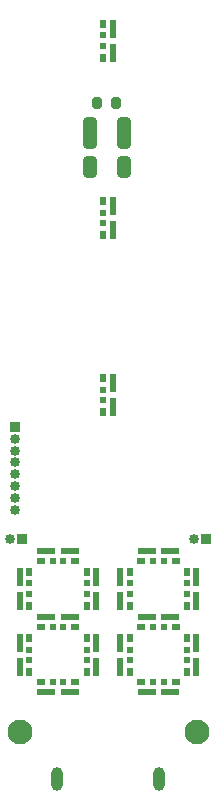
<source format=gbr>
%TF.GenerationSoftware,KiCad,Pcbnew,6.0.2*%
%TF.CreationDate,2022-03-25T15:37:30+01:00*%
%TF.ProjectId,espriktning,65737072-696b-4746-9e69-6e672e6b6963,rev?*%
%TF.SameCoordinates,Original*%
%TF.FileFunction,Soldermask,Bot*%
%TF.FilePolarity,Negative*%
%FSLAX46Y46*%
G04 Gerber Fmt 4.6, Leading zero omitted, Abs format (unit mm)*
G04 Created by KiCad (PCBNEW 6.0.2) date 2022-03-25 15:37:30*
%MOMM*%
%LPD*%
G01*
G04 APERTURE LIST*
G04 Aperture macros list*
%AMRoundRect*
0 Rectangle with rounded corners*
0 $1 Rounding radius*
0 $2 $3 $4 $5 $6 $7 $8 $9 X,Y pos of 4 corners*
0 Add a 4 corners polygon primitive as box body*
4,1,4,$2,$3,$4,$5,$6,$7,$8,$9,$2,$3,0*
0 Add four circle primitives for the rounded corners*
1,1,$1+$1,$2,$3*
1,1,$1+$1,$4,$5*
1,1,$1+$1,$6,$7*
1,1,$1+$1,$8,$9*
0 Add four rect primitives between the rounded corners*
20,1,$1+$1,$2,$3,$4,$5,0*
20,1,$1+$1,$4,$5,$6,$7,0*
20,1,$1+$1,$6,$7,$8,$9,0*
20,1,$1+$1,$8,$9,$2,$3,0*%
G04 Aperture macros list end*
%ADD10RoundRect,0.500000X0.000000X-0.500000X0.000000X-0.500000X0.000000X0.500000X0.000000X0.500000X0*%
%ADD11R,0.850000X0.850000*%
%ADD12O,0.850000X0.850000*%
%ADD13C,2.100000*%
%ADD14R,0.600000X0.500000*%
%ADD15R,0.600000X1.620000*%
%ADD16R,0.600000X0.700000*%
%ADD17R,1.620000X0.600000*%
%ADD18R,0.500000X0.600000*%
%ADD19R,0.700000X0.600000*%
%ADD20RoundRect,0.250000X0.312500X1.075000X-0.312500X1.075000X-0.312500X-1.075000X0.312500X-1.075000X0*%
%ADD21RoundRect,0.250000X0.325000X0.650000X-0.325000X0.650000X-0.325000X-0.650000X0.325000X-0.650000X0*%
%ADD22RoundRect,0.200000X-0.200000X-0.275000X0.200000X-0.275000X0.200000X0.275000X-0.200000X0.275000X0*%
G04 APERTURE END LIST*
D10*
%TO.C,J1*%
X44320000Y-103500000D03*
X35680000Y-103500000D03*
%TD*%
D11*
%TO.C,SW1*%
X32700000Y-83200000D03*
D12*
X31700000Y-83200000D03*
%TD*%
D11*
%TO.C,SW2*%
X48300000Y-83200000D03*
D12*
X47300000Y-83200000D03*
%TD*%
D13*
%TO.C,REF\u002A\u002A*%
X32500000Y-99500000D03*
%TD*%
%TO.C,REF\u002A\u002A*%
X47500000Y-99500000D03*
%TD*%
D11*
%TO.C,J4*%
X32100000Y-73700000D03*
D12*
X32100000Y-74700000D03*
X32100000Y-75700000D03*
X32100000Y-76700000D03*
X32100000Y-77700000D03*
X32100000Y-78700000D03*
X32100000Y-79700000D03*
X32100000Y-80700000D03*
%TD*%
D14*
%TO.C,D2*%
X39575000Y-41450000D03*
D15*
X40375000Y-42000000D03*
D16*
X39575000Y-39550000D03*
D15*
X40375000Y-40000000D03*
D14*
X39575000Y-40550000D03*
D16*
X39575000Y-42450000D03*
%TD*%
D14*
%TO.C,D3*%
X39575000Y-56450000D03*
D15*
X40375000Y-57000000D03*
D16*
X39575000Y-54550000D03*
D14*
X39575000Y-55550000D03*
D15*
X40375000Y-55000000D03*
D16*
X39575000Y-57450000D03*
%TD*%
D14*
%TO.C,D4*%
X39575000Y-71450000D03*
D15*
X40375000Y-72000000D03*
D16*
X39575000Y-69550000D03*
D15*
X40375000Y-70000000D03*
D14*
X39575000Y-70550000D03*
D16*
X39575000Y-72450000D03*
%TD*%
D17*
%TO.C,D5*%
X45250000Y-84225000D03*
D18*
X44700000Y-85025000D03*
D19*
X42800000Y-85025000D03*
D18*
X43800000Y-85025000D03*
D17*
X43250000Y-84225000D03*
D19*
X45700000Y-85025000D03*
%TD*%
D15*
%TO.C,D6*%
X47475000Y-88400000D03*
D14*
X46675000Y-87850000D03*
D16*
X46675000Y-85950000D03*
D14*
X46675000Y-86950000D03*
D15*
X47475000Y-86400000D03*
D16*
X46675000Y-88850000D03*
%TD*%
D15*
%TO.C,D7*%
X41025000Y-86400000D03*
D14*
X41825000Y-86950000D03*
D16*
X41825000Y-88850000D03*
D15*
X41025000Y-88400000D03*
D14*
X41825000Y-87850000D03*
D16*
X41825000Y-85950000D03*
%TD*%
D17*
%TO.C,D8*%
X45250000Y-89825000D03*
D18*
X44700000Y-90625000D03*
D19*
X42800000Y-90625000D03*
D18*
X43800000Y-90625000D03*
D17*
X43250000Y-89825000D03*
D19*
X45700000Y-90625000D03*
%TD*%
D14*
%TO.C,D9*%
X46675000Y-93450000D03*
D15*
X47475000Y-94000000D03*
D16*
X46675000Y-91550000D03*
D15*
X47475000Y-92000000D03*
D14*
X46675000Y-92550000D03*
D16*
X46675000Y-94450000D03*
%TD*%
D14*
%TO.C,D10*%
X41825000Y-92550000D03*
D15*
X41025000Y-92000000D03*
D16*
X41825000Y-94450000D03*
D14*
X41825000Y-93450000D03*
D15*
X41025000Y-94000000D03*
D16*
X41825000Y-91550000D03*
%TD*%
D18*
%TO.C,D11*%
X43800000Y-95325000D03*
D17*
X43250000Y-96125000D03*
D19*
X45700000Y-95325000D03*
D17*
X45250000Y-96125000D03*
D18*
X44700000Y-95325000D03*
D19*
X42800000Y-95325000D03*
%TD*%
D18*
%TO.C,D12*%
X36200000Y-85025000D03*
D17*
X36750000Y-84225000D03*
D19*
X34300000Y-85025000D03*
D18*
X35300000Y-85025000D03*
D17*
X34750000Y-84225000D03*
D19*
X37200000Y-85025000D03*
%TD*%
D14*
%TO.C,D13*%
X38175000Y-87850000D03*
D15*
X38975000Y-88400000D03*
D16*
X38175000Y-85950000D03*
D14*
X38175000Y-86950000D03*
D15*
X38975000Y-86400000D03*
D16*
X38175000Y-88850000D03*
%TD*%
D15*
%TO.C,D14*%
X32525000Y-86400000D03*
D14*
X33325000Y-86950000D03*
D16*
X33325000Y-88850000D03*
D15*
X32525000Y-88400000D03*
D14*
X33325000Y-87850000D03*
D16*
X33325000Y-85950000D03*
%TD*%
D17*
%TO.C,D15*%
X36750000Y-89825000D03*
D18*
X36200000Y-90625000D03*
D19*
X34300000Y-90625000D03*
D18*
X35300000Y-90625000D03*
D17*
X34750000Y-89825000D03*
D19*
X37200000Y-90625000D03*
%TD*%
D14*
%TO.C,D16*%
X38175000Y-93450000D03*
D15*
X38975000Y-94000000D03*
D16*
X38175000Y-91550000D03*
D14*
X38175000Y-92550000D03*
D15*
X38975000Y-92000000D03*
D16*
X38175000Y-94450000D03*
%TD*%
D15*
%TO.C,D17*%
X32525000Y-92000000D03*
D14*
X33325000Y-92550000D03*
D16*
X33325000Y-94450000D03*
D15*
X32525000Y-94000000D03*
D14*
X33325000Y-93450000D03*
D16*
X33325000Y-91550000D03*
%TD*%
D18*
%TO.C,D18*%
X35300000Y-95325000D03*
D17*
X34750000Y-96125000D03*
D19*
X37200000Y-95325000D03*
D17*
X36750000Y-96125000D03*
D18*
X36200000Y-95325000D03*
D19*
X34300000Y-95325000D03*
%TD*%
D20*
%TO.C,R1*%
X41362500Y-48800000D03*
X38437500Y-48800000D03*
%TD*%
D21*
%TO.C,C10*%
X41375000Y-51700000D03*
X38425000Y-51700000D03*
%TD*%
D22*
%TO.C,R2*%
X39050000Y-46300000D03*
X40700000Y-46300000D03*
%TD*%
M02*

</source>
